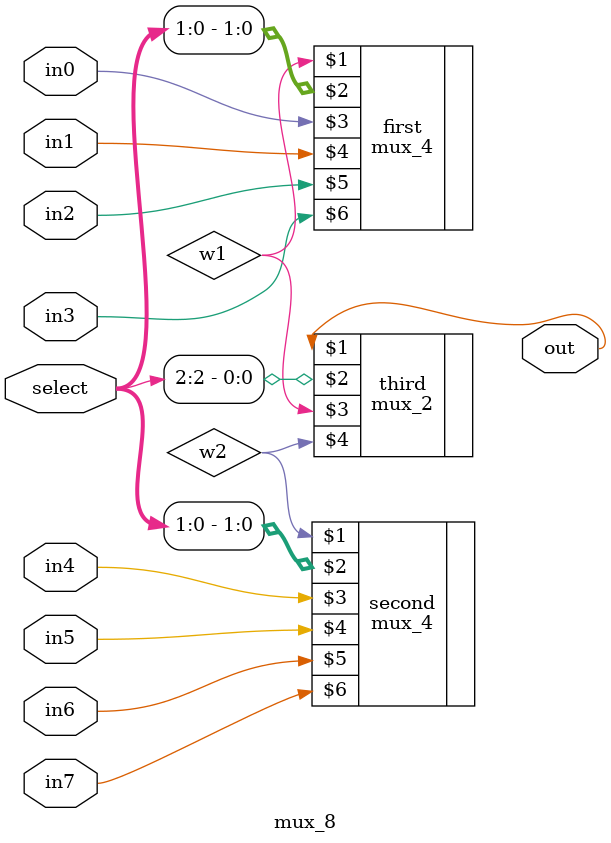
<source format=v>
`include "mux_4.v"
module mux_8(out, select, in0, in1, in2, in3, in4, in5, in6, in7);
    input[2:0] select; 
    input  in0, in1, in2, in3, in4, in5, in6, in7;
    output out; 
    wire w1, w2;
    mux_4 first(w1, select[1:0], in0, in1, in2, in3);
    mux_4 second(w2, select[1:0], in4, in5, in6, in7);
    mux_2 third (out, select[2], w1, w2);
endmodule
</source>
